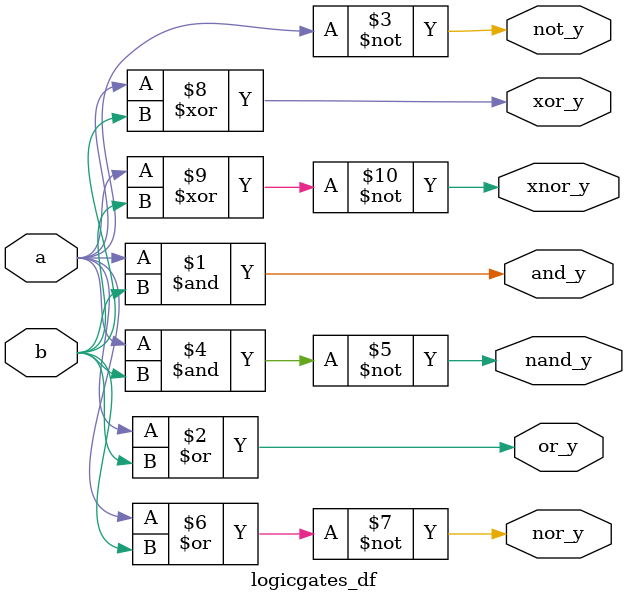
<source format=v>
module logicgates_df(
input  a,
input  b,
output and_y,
output or_y,
output not_y,
output nand_y,
output nor_y,
output xor_y,
output xnor_y
);
assign and_y  = a & b;
assign or_y   = a | b;
assign not_y  = ~a;
assign nand_y = ~(a & b);
assign nor_y  = ~(a | b);
assign xor_y  = a ^ b;
assign xnor_y = ~(a ^ b);
endmodule


/*OUTPUT
meenakshi@meenakshi-Inspiron-3501:~/verilog/logicgates_df$ vvp logicgates_df.out 
VCD info: dumpfile logicgates_df.vcd opened for output.
$time=0|a=0|b=0|and_y=0|or_y=0|not_y=1|nand_y=1|nor_y=1|xor_y=0|xnor_y=1
$time=10|a=0|b=1|and_y=0|or_y=1|not_y=1|nand_y=1|nor_y=0|xor_y=1|xnor_y=0
$time=20|a=1|b=0|and_y=0|or_y=1|not_y=0|nand_y=1|nor_y=0|xor_y=1|xnor_y=0
$time=30|a=1|b=1|and_y=1|or_y=1|not_y=0|nand_y=0|nor_y=0|xor_y=0|xnor_y=1
$time=40|a=x|b=z|and_y=x|or_y=x|not_y=x|nand_y=x|nor_y=x|xor_y=x|xnor_y=x
logicgates_df_tb.v:25: $finish called at 50 (1s)
*/

</source>
